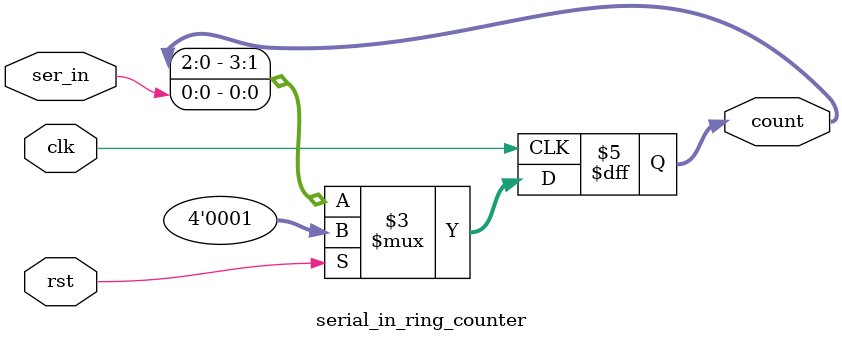
<source format=sv>
module serial_in_ring_counter(
    input wire clk,
    input wire rst,
    input wire ser_in,
    output reg [3:0] count
);
    always @(posedge clk) begin
        if (rst)
            count <= 4'b0001;
        else
            count <= {count[2:0], ser_in}; // Use serial input
    end
endmodule
</source>
